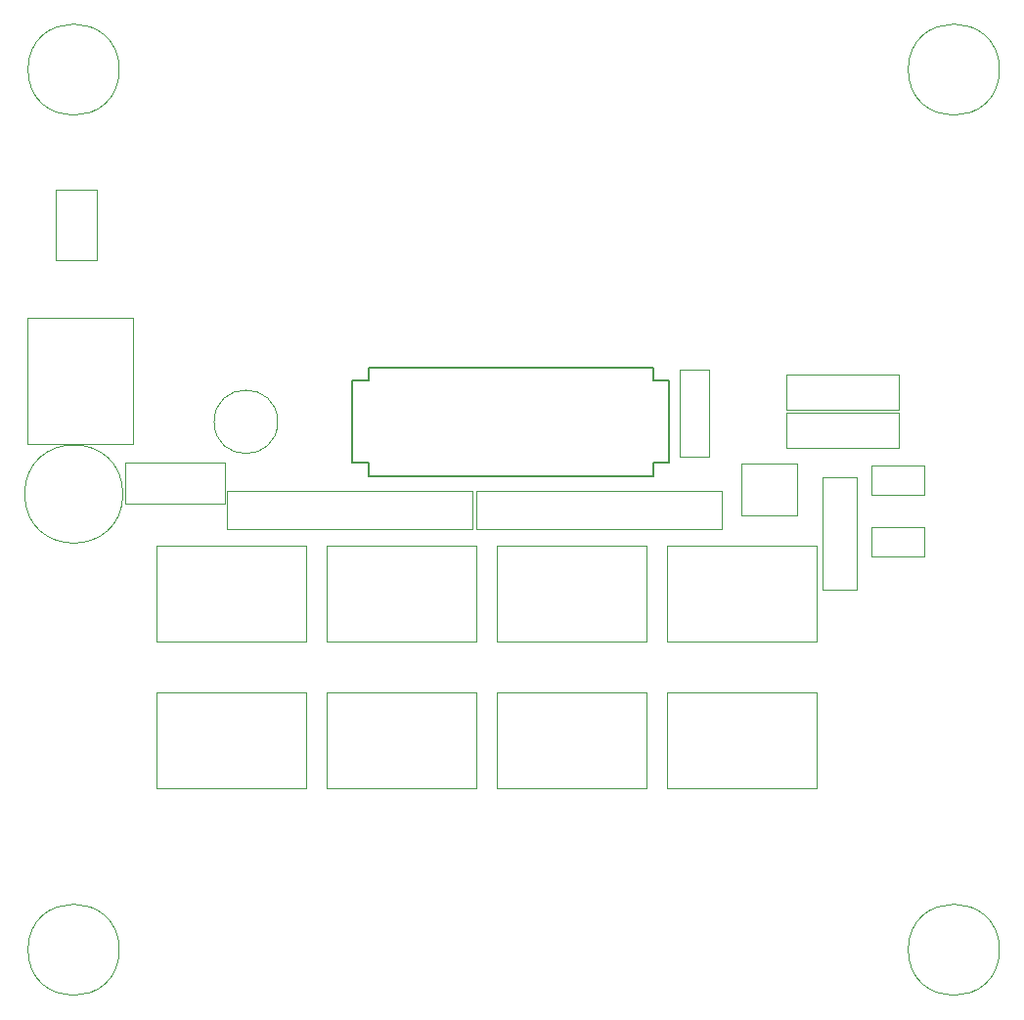
<source format=gbr>
G04 #@! TF.GenerationSoftware,KiCad,Pcbnew,(5.99.0-13060-g64f77b3596)*
G04 #@! TF.CreationDate,2021-11-03T21:45:32-04:00*
G04 #@! TF.ProjectId,PI_W_Controller,50495f57-5f43-46f6-9e74-726f6c6c6572,v1*
G04 #@! TF.SameCoordinates,Original*
G04 #@! TF.FileFunction,Other,User*
%FSLAX46Y46*%
G04 Gerber Fmt 4.6, Leading zero omitted, Abs format (unit mm)*
G04 Created by KiCad (PCBNEW (5.99.0-13060-g64f77b3596)) date 2021-11-03 21:45:32*
%MOMM*%
%LPD*%
G01*
G04 APERTURE LIST*
%ADD10C,0.050000*%
%ADD11C,0.152400*%
G04 APERTURE END LIST*
D10*
X137550000Y-81800000D02*
G75*
G03*
X137550000Y-81800000I-2750000J0D01*
G01*
X127098000Y-92532000D02*
X127098000Y-100782000D01*
X139998000Y-92532000D02*
X127098000Y-92532000D01*
X139998000Y-100782000D02*
X139998000Y-92532000D01*
X127098000Y-100782000D02*
X139998000Y-100782000D01*
X169462000Y-92532000D02*
X156562000Y-92532000D01*
X156562000Y-92532000D02*
X156562000Y-100782000D01*
X156562000Y-100782000D02*
X169462000Y-100782000D01*
X169462000Y-100782000D02*
X169462000Y-92532000D01*
X171294000Y-105232000D02*
X171294000Y-113482000D01*
X184194000Y-113482000D02*
X184194000Y-105232000D01*
X184194000Y-105232000D02*
X171294000Y-105232000D01*
X171294000Y-113482000D02*
X184194000Y-113482000D01*
X184194000Y-92532000D02*
X171294000Y-92532000D01*
X171294000Y-92532000D02*
X171294000Y-100782000D01*
X184194000Y-100782000D02*
X184194000Y-92532000D01*
X171294000Y-100782000D02*
X184194000Y-100782000D01*
X124150000Y-88050000D02*
G75*
G03*
X124150000Y-88050000I-4250000J0D01*
G01*
X169462000Y-113482000D02*
X169462000Y-105232000D01*
X169462000Y-105232000D02*
X156562000Y-105232000D01*
X156562000Y-113482000D02*
X169462000Y-113482000D01*
X156562000Y-105232000D02*
X156562000Y-113482000D01*
X200038000Y-127508000D02*
G75*
G03*
X200038000Y-127508000I-3950000J0D01*
G01*
X200038000Y-51308000D02*
G75*
G03*
X200038000Y-51308000I-3950000J0D01*
G01*
X123838000Y-127508000D02*
G75*
G03*
X123838000Y-127508000I-3950000J0D01*
G01*
X123838000Y-51308000D02*
G75*
G03*
X123838000Y-51308000I-3950000J0D01*
G01*
X175964000Y-87758000D02*
X154764000Y-87758000D01*
X154764000Y-91058000D02*
X175964000Y-91058000D01*
X154764000Y-87758000D02*
X154764000Y-91058000D01*
X175964000Y-91058000D02*
X175964000Y-87758000D01*
X187682000Y-96300000D02*
X187682000Y-86580000D01*
X187682000Y-86580000D02*
X184682000Y-86580000D01*
X184682000Y-96300000D02*
X187682000Y-96300000D01*
X184682000Y-86580000D02*
X184682000Y-96300000D01*
X141830000Y-113482000D02*
X154730000Y-113482000D01*
X154730000Y-113482000D02*
X154730000Y-105232000D01*
X141830000Y-105232000D02*
X141830000Y-113482000D01*
X154730000Y-105232000D02*
X141830000Y-105232000D01*
X191296000Y-84050000D02*
X191296000Y-81050000D01*
X181576000Y-81050000D02*
X181576000Y-84050000D01*
X181576000Y-84050000D02*
X191296000Y-84050000D01*
X191296000Y-81050000D02*
X181576000Y-81050000D01*
X133174000Y-91058000D02*
X154374000Y-91058000D01*
X154374000Y-91058000D02*
X154374000Y-87758000D01*
X154374000Y-87758000D02*
X133174000Y-87758000D01*
X133174000Y-87758000D02*
X133174000Y-91058000D01*
D11*
X145402300Y-77076300D02*
X145402300Y-78232000D01*
X171450000Y-85344000D02*
X171450000Y-78232000D01*
X170065700Y-77076300D02*
X145402300Y-77076300D01*
X145402300Y-85344000D02*
X145402300Y-86499700D01*
X170065700Y-85344000D02*
X171450000Y-85344000D01*
X144018000Y-78232000D02*
X144018000Y-85344000D01*
X170065700Y-86499700D02*
X170065700Y-85344000D01*
X145402300Y-78232000D02*
X144018000Y-78232000D01*
X145402300Y-86499700D02*
X170065700Y-86499700D01*
X171450000Y-78232000D02*
X170065700Y-78232000D01*
X170065700Y-78232000D02*
X170065700Y-77076300D01*
X144018000Y-85344000D02*
X145402300Y-85344000D01*
D10*
X115912500Y-72782000D02*
X125012500Y-72782000D01*
X125012500Y-72782000D02*
X125012500Y-83682000D01*
X115912500Y-83682000D02*
X115912500Y-72782000D01*
X125012500Y-83682000D02*
X115912500Y-83682000D01*
X127098000Y-113482000D02*
X139998000Y-113482000D01*
X139998000Y-105232000D02*
X127098000Y-105232000D01*
X127098000Y-105232000D02*
X127098000Y-113482000D01*
X139998000Y-113482000D02*
X139998000Y-105232000D01*
X177661000Y-89880000D02*
X182511000Y-89880000D01*
X177661000Y-85380000D02*
X177661000Y-89880000D01*
X182511000Y-85380000D02*
X177661000Y-85380000D01*
X182511000Y-89880000D02*
X182511000Y-85380000D01*
X191296000Y-80748000D02*
X191296000Y-77748000D01*
X181576000Y-77748000D02*
X181576000Y-80748000D01*
X191296000Y-77748000D02*
X181576000Y-77748000D01*
X181576000Y-80748000D02*
X191296000Y-80748000D01*
X193562000Y-88118000D02*
X193562000Y-85618000D01*
X188962000Y-85618000D02*
X193562000Y-85618000D01*
X188962000Y-85618000D02*
X188962000Y-88118000D01*
X193562000Y-88118000D02*
X188962000Y-88118000D01*
X154730000Y-92532000D02*
X141830000Y-92532000D01*
X154730000Y-100782000D02*
X154730000Y-92532000D01*
X141830000Y-92532000D02*
X141830000Y-100782000D01*
X141830000Y-100782000D02*
X154730000Y-100782000D01*
X174859000Y-77316000D02*
X172359000Y-77316000D01*
X172359000Y-77316000D02*
X172359000Y-84816000D01*
X174859000Y-84816000D02*
X174859000Y-77316000D01*
X172359000Y-84816000D02*
X174859000Y-84816000D01*
X133000000Y-85300000D02*
X124350000Y-85300000D01*
X124350000Y-88900000D02*
X133000000Y-88900000D01*
X124350000Y-85300000D02*
X124350000Y-88900000D01*
X133000000Y-88900000D02*
X133000000Y-85300000D01*
X121892000Y-61700000D02*
X121892000Y-67800000D01*
X118342000Y-61700000D02*
X121892000Y-61700000D01*
X121892000Y-67800000D02*
X118342000Y-67800000D01*
X118342000Y-67800000D02*
X118342000Y-61700000D01*
X193532000Y-93452000D02*
X193532000Y-90952000D01*
X193532000Y-93452000D02*
X188932000Y-93452000D01*
X188932000Y-90952000D02*
X188932000Y-93452000D01*
X188932000Y-90952000D02*
X193532000Y-90952000D01*
M02*

</source>
